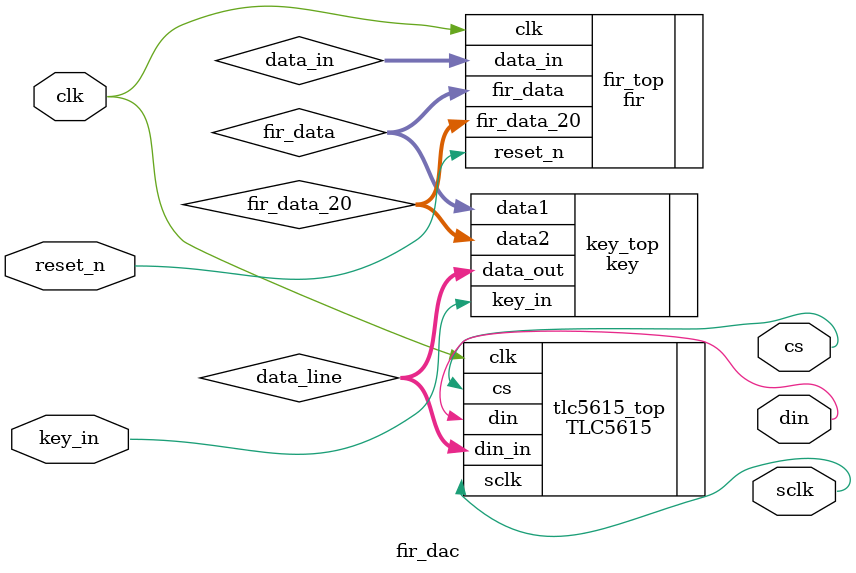
<source format=v>
module fir_dac(
              clk,
              reset_n,
              key_in,
              sclk,                  //TLC5615 sclkÊ±ÖÓ½Å
              din,                   //TLC5615 dinÊý¾Ý½Å
              cs                    //TLC5615 csÆ¬Ñ¡
              );
input  clk;
input  reset_n;
input  key_in;
output sclk;
output din;
output cs;

wire [9:0]data_line;
wire [9:0]fir_data;
wire [9:0]data_in;
wire [9:0]fir_data_20;
fir fir_top(
           .clk(clk),
           .reset_n(reset_n),
           .data_in(data_in),  //Ð³²¨ÐÅºÅ
           .fir_data(fir_data), //8ÂË²¨Ö®ºóµÄÐÅºÅ
           .fir_data_20(fir_data_20)//21ÂË²¨Ö®ºóµÄÐÅºÅ
           );
TLC5615 tlc5615_top(
           .clk(clk),//ÄÚ²¿Ê±ÖÓ
           .sclk(sclk),//TLC5615 sclkÊ±ÖÓ½Å
           .din(din),//TLC5615 dinÊý¾Ý½Å
           .cs(cs),//TLC5615 csÆ¬Ñ¡
           .din_in(data_line));//Ê®Î»Êý¾ÝÊäÈë 
key key_top(
          .key_in(key_in),
          .data_out(data_line),
          .data1(fir_data),
          .data2(fir_data_20)
          );
endmodule

</source>
